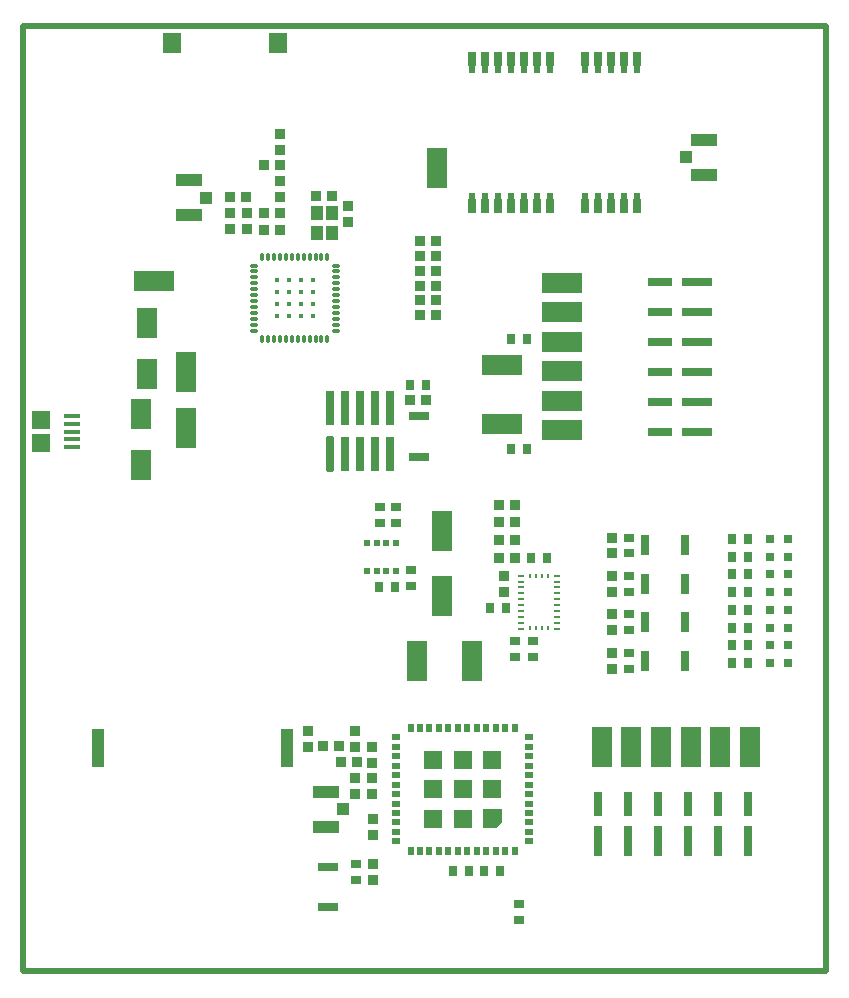
<source format=gtp>
G04 Layer_Color=8421504*
%FSLAX44Y44*%
%MOMM*%
G71*
G01*
G75*
%ADD11R,1.0000X1.2000*%
%ADD12R,0.4100X0.4100*%
%ADD13O,0.2800X0.8100*%
%ADD14O,0.8100X0.2800*%
%ADD15R,0.8000X0.5000*%
%ADD16R,0.5000X0.8000*%
%ADD17R,1.6000X1.6000*%
%ADD18R,1.0000X1.0000*%
%ADD20R,0.2500X0.4000*%
%ADD21R,0.6000X0.2500*%
%ADD22R,0.5000X0.5000*%
%ADD23R,3.4700X1.7800*%
%ADD24R,1.7800X3.4700*%
%ADD25R,0.8000X0.9000*%
%ADD26R,0.9000X0.8000*%
%ADD27R,0.8000X2.5000*%
%ADD28R,0.8000X2.1000*%
%ADD29R,2.5000X0.8000*%
%ADD30R,2.1000X0.8000*%
G04:AMPARAMS|DCode=31|XSize=3mm|YSize=0.76mm|CornerRadius=0.19mm|HoleSize=0mm|Usage=FLASHONLY|Rotation=90.000|XOffset=0mm|YOffset=0mm|HoleType=Round|Shape=RoundedRectangle|*
%AMROUNDEDRECTD31*
21,1,3.0000,0.3800,0,0,90.0*
21,1,2.6200,0.7600,0,0,90.0*
1,1,0.3800,0.1900,1.3100*
1,1,0.3800,0.1900,-1.3100*
1,1,0.3800,-0.1900,-1.3100*
1,1,0.3800,-0.1900,1.3100*
%
%ADD31ROUNDEDRECTD31*%
%ADD32R,0.7600X3.0000*%
%ADD34R,0.9500X0.8500*%
%ADD35R,0.8500X0.9500*%
%ADD36R,1.3500X0.4000*%
%ADD37R,1.5500X1.5000*%
%ADD38R,2.2000X1.0500*%
%ADD39R,1.0500X1.0000*%
%ADD40R,1.5000X1.8000*%
%ADD41R,1.0160X3.3020*%
%ADD42R,0.8000X0.8000*%
%ADD43R,1.7500X2.6500*%
%ADD44R,1.7000X0.8000*%
%ADD45R,0.8000X1.7000*%
%ADD49C,0.5000*%
%ADD105R,0.8000X1.2000*%
%ADD106R,0.6000X1.6000*%
G36*
X405000Y126000D02*
X400000Y121000D01*
X389000D01*
Y137000D01*
X405000D01*
Y126000D01*
D02*
G37*
D11*
X248500Y625000D02*
D03*
Y642000D02*
D03*
X261500Y625000D02*
D03*
Y642000D02*
D03*
D12*
X245000Y585000D02*
D03*
Y575000D02*
D03*
Y565000D02*
D03*
Y555000D02*
D03*
X235000Y585000D02*
D03*
Y575000D02*
D03*
Y565000D02*
D03*
Y555000D02*
D03*
X225000Y585000D02*
D03*
Y575000D02*
D03*
Y565000D02*
D03*
Y555000D02*
D03*
X215000Y585000D02*
D03*
Y575000D02*
D03*
Y565000D02*
D03*
Y555000D02*
D03*
D13*
X202500Y535250D02*
D03*
X207500D02*
D03*
X212500D02*
D03*
X217500D02*
D03*
X222500D02*
D03*
X227500D02*
D03*
X232500D02*
D03*
X237500D02*
D03*
X242500D02*
D03*
X247500D02*
D03*
X252500D02*
D03*
X257500D02*
D03*
Y604750D02*
D03*
X252500D02*
D03*
X247500D02*
D03*
X242500D02*
D03*
X237500D02*
D03*
X232500D02*
D03*
X227500D02*
D03*
X222500D02*
D03*
X217500D02*
D03*
X212500D02*
D03*
X207500D02*
D03*
X202500D02*
D03*
D14*
X264750Y542500D02*
D03*
Y547500D02*
D03*
Y552500D02*
D03*
Y557500D02*
D03*
Y562500D02*
D03*
Y567500D02*
D03*
Y572500D02*
D03*
Y577500D02*
D03*
Y582500D02*
D03*
Y587500D02*
D03*
Y592500D02*
D03*
Y597500D02*
D03*
X195250D02*
D03*
Y592500D02*
D03*
Y587500D02*
D03*
Y582500D02*
D03*
Y577500D02*
D03*
Y572500D02*
D03*
Y567500D02*
D03*
Y562500D02*
D03*
Y557500D02*
D03*
Y552500D02*
D03*
Y547500D02*
D03*
Y542500D02*
D03*
D15*
X428500Y110000D02*
D03*
Y118000D02*
D03*
Y126000D02*
D03*
Y134000D02*
D03*
Y142000D02*
D03*
Y150000D02*
D03*
Y158000D02*
D03*
Y166000D02*
D03*
Y174000D02*
D03*
Y182000D02*
D03*
Y190000D02*
D03*
Y198000D02*
D03*
X315500D02*
D03*
Y190000D02*
D03*
Y182000D02*
D03*
Y174000D02*
D03*
Y166000D02*
D03*
Y158000D02*
D03*
Y150000D02*
D03*
Y142000D02*
D03*
Y134000D02*
D03*
Y126000D02*
D03*
Y118000D02*
D03*
Y110000D02*
D03*
D16*
X416000Y206000D02*
D03*
X408000D02*
D03*
X400000D02*
D03*
X392000D02*
D03*
X384000D02*
D03*
X376000D02*
D03*
X368000D02*
D03*
X360000D02*
D03*
X352000D02*
D03*
X344000D02*
D03*
X336000D02*
D03*
X328000D02*
D03*
Y102000D02*
D03*
X336000D02*
D03*
X344000D02*
D03*
X352000D02*
D03*
X360000D02*
D03*
X368000D02*
D03*
X376000D02*
D03*
X384000D02*
D03*
X392000D02*
D03*
X400000D02*
D03*
X408000D02*
D03*
X416000D02*
D03*
D17*
X372000Y129000D02*
D03*
X347000D02*
D03*
X397000Y154000D02*
D03*
X372000D02*
D03*
X347000D02*
D03*
X397000Y179000D02*
D03*
X372000D02*
D03*
X347000D02*
D03*
D18*
X397000Y129000D02*
D03*
D20*
X444250Y334750D02*
D03*
X439250D02*
D03*
X434250D02*
D03*
X429250D02*
D03*
X444250Y290250D02*
D03*
X439250D02*
D03*
X434250D02*
D03*
X429250D02*
D03*
D21*
X452000Y290000D02*
D03*
Y295000D02*
D03*
Y300000D02*
D03*
Y305000D02*
D03*
Y310000D02*
D03*
Y315000D02*
D03*
Y320000D02*
D03*
Y325000D02*
D03*
Y330000D02*
D03*
Y335000D02*
D03*
X421500Y290000D02*
D03*
Y295000D02*
D03*
Y300000D02*
D03*
Y305000D02*
D03*
Y310000D02*
D03*
Y315000D02*
D03*
Y320000D02*
D03*
Y325000D02*
D03*
Y330000D02*
D03*
Y335000D02*
D03*
D22*
X315250Y362500D02*
D03*
X307250D02*
D03*
X299250D02*
D03*
X291250D02*
D03*
Y338500D02*
D03*
X299250D02*
D03*
X307250D02*
D03*
X315250D02*
D03*
D23*
X405000Y463000D02*
D03*
Y513000D02*
D03*
X110650Y584600D02*
D03*
X456500Y533000D02*
D03*
Y458000D02*
D03*
Y558000D02*
D03*
Y508000D02*
D03*
Y483000D02*
D03*
Y583000D02*
D03*
D24*
X137500Y460000D02*
D03*
X137500Y507500D02*
D03*
X355000Y372500D02*
D03*
Y317500D02*
D03*
X333250Y263000D02*
D03*
X380000Y262500D02*
D03*
X350000Y680000D02*
D03*
X615000Y190000D02*
D03*
X490000D02*
D03*
X515000D02*
D03*
X565000D02*
D03*
X540000D02*
D03*
X590000D02*
D03*
D25*
X341000Y496500D02*
D03*
X327500D02*
D03*
X426750Y535000D02*
D03*
X413250D02*
D03*
X426750Y442500D02*
D03*
X413250D02*
D03*
X390250Y85000D02*
D03*
X403750D02*
D03*
X377750D02*
D03*
X364250D02*
D03*
X443500Y350000D02*
D03*
X430000D02*
D03*
X395000Y307500D02*
D03*
X408500D02*
D03*
X600500Y261000D02*
D03*
X614000D02*
D03*
X600500Y276000D02*
D03*
X614000D02*
D03*
X600500Y291000D02*
D03*
X614000D02*
D03*
X600500Y306000D02*
D03*
X614000D02*
D03*
X600500Y321000D02*
D03*
X614000D02*
D03*
X600500Y336000D02*
D03*
X614000D02*
D03*
X600500Y351000D02*
D03*
X614000D02*
D03*
X315000Y325500D02*
D03*
X301500D02*
D03*
X600500Y366000D02*
D03*
X614000D02*
D03*
D26*
X315500Y379750D02*
D03*
Y393250D02*
D03*
X302500Y379750D02*
D03*
Y393250D02*
D03*
X282000Y77250D02*
D03*
Y90750D02*
D03*
X420000Y56750D02*
D03*
Y43250D02*
D03*
X513250Y367250D02*
D03*
Y353750D02*
D03*
Y321250D02*
D03*
Y334750D02*
D03*
Y302250D02*
D03*
Y288750D02*
D03*
Y256250D02*
D03*
Y269750D02*
D03*
X416500Y265750D02*
D03*
Y279250D02*
D03*
X431500D02*
D03*
Y265750D02*
D03*
X328250Y339750D02*
D03*
Y326250D02*
D03*
D27*
X613500Y110400D02*
D03*
X588100D02*
D03*
X562700D02*
D03*
X537300D02*
D03*
X511900D02*
D03*
X486500D02*
D03*
D28*
X613500Y141700D02*
D03*
X588100D02*
D03*
X562700D02*
D03*
X537300D02*
D03*
X511900D02*
D03*
X486500D02*
D03*
D29*
X570600Y583500D02*
D03*
Y558100D02*
D03*
Y532700D02*
D03*
Y507300D02*
D03*
Y481900D02*
D03*
Y456500D02*
D03*
D30*
X539300Y583500D02*
D03*
Y558100D02*
D03*
Y532700D02*
D03*
Y507300D02*
D03*
Y481900D02*
D03*
Y456500D02*
D03*
D31*
X259600Y438000D02*
D03*
D32*
X272300D02*
D03*
X285000D02*
D03*
X297700D02*
D03*
X310400D02*
D03*
X259600Y477000D02*
D03*
X272300D02*
D03*
X285000D02*
D03*
X297700D02*
D03*
X310400D02*
D03*
D34*
X174750Y641750D02*
D03*
Y628250D02*
D03*
X189500Y641750D02*
D03*
Y628250D02*
D03*
X217500Y669250D02*
D03*
Y655750D02*
D03*
X281000Y150250D02*
D03*
Y163750D02*
D03*
X275000Y648250D02*
D03*
Y634750D02*
D03*
X295000Y163750D02*
D03*
Y150250D02*
D03*
Y189750D02*
D03*
Y176250D02*
D03*
X241000Y203750D02*
D03*
Y190250D02*
D03*
X281000Y203750D02*
D03*
Y190250D02*
D03*
X296000Y115250D02*
D03*
Y128750D02*
D03*
Y77250D02*
D03*
Y90750D02*
D03*
X498250Y367250D02*
D03*
Y353750D02*
D03*
Y321250D02*
D03*
Y334750D02*
D03*
Y302250D02*
D03*
Y288750D02*
D03*
Y256250D02*
D03*
Y269750D02*
D03*
X406750Y320750D02*
D03*
Y334250D02*
D03*
X217500Y709250D02*
D03*
Y695750D02*
D03*
D35*
X282750Y177000D02*
D03*
X269250D02*
D03*
X254250Y191000D02*
D03*
X267750D02*
D03*
X189000Y655250D02*
D03*
X175500D02*
D03*
X217500Y642250D02*
D03*
X204000D02*
D03*
Y682500D02*
D03*
X217500D02*
D03*
X204000Y627750D02*
D03*
X217500D02*
D03*
X341000Y483500D02*
D03*
X327500D02*
D03*
X261750Y656500D02*
D03*
X248250D02*
D03*
X349750Y555500D02*
D03*
X336250D02*
D03*
X349750Y568000D02*
D03*
X336250D02*
D03*
X349750Y580500D02*
D03*
X336250D02*
D03*
X349750Y593000D02*
D03*
X336250D02*
D03*
X349750Y605500D02*
D03*
X336250D02*
D03*
X349750Y618000D02*
D03*
X336250D02*
D03*
X402500Y350000D02*
D03*
X416000D02*
D03*
X402500Y365000D02*
D03*
X416000D02*
D03*
X402500Y380000D02*
D03*
X416000D02*
D03*
X402500Y395000D02*
D03*
X416000D02*
D03*
D36*
X41660Y469860D02*
D03*
Y463360D02*
D03*
Y456860D02*
D03*
Y450360D02*
D03*
Y443860D02*
D03*
D37*
X14660Y466860D02*
D03*
Y446860D02*
D03*
D38*
X140000Y640250D02*
D03*
Y669750D02*
D03*
X256000Y122250D02*
D03*
Y151750D02*
D03*
X576000Y703750D02*
D03*
Y674250D02*
D03*
D39*
X155000Y655000D02*
D03*
X271000Y137000D02*
D03*
X561000Y689000D02*
D03*
D40*
X126000Y786000D02*
D03*
X216000D02*
D03*
D41*
X223010Y189000D02*
D03*
X62990D02*
D03*
D42*
X632250Y261000D02*
D03*
X647250D02*
D03*
X632250Y276000D02*
D03*
X647250D02*
D03*
X632250Y291000D02*
D03*
X647250D02*
D03*
X632250Y306000D02*
D03*
X647250D02*
D03*
X632250Y321000D02*
D03*
X647250D02*
D03*
X632250Y336000D02*
D03*
X647250D02*
D03*
X632250Y351000D02*
D03*
X647250D02*
D03*
X632250Y366000D02*
D03*
X647250D02*
D03*
D43*
X100000Y428500D02*
D03*
Y471500D02*
D03*
X105000Y506000D02*
D03*
Y549000D02*
D03*
D44*
X335000Y435750D02*
D03*
Y469750D02*
D03*
X258000Y54500D02*
D03*
Y88500D02*
D03*
D45*
X560250Y360500D02*
D03*
X526250D02*
D03*
X560250Y328000D02*
D03*
X526250D02*
D03*
X560250Y295500D02*
D03*
X526250D02*
D03*
X560250Y263000D02*
D03*
X526250D02*
D03*
D49*
X0Y800000D02*
X680000D01*
Y0D02*
Y800000D01*
X0Y0D02*
X680000D01*
X0D02*
Y800000D01*
D105*
X380000Y647580D02*
D03*
X391000Y647580D02*
D03*
X402000D02*
D03*
X413000Y647580D02*
D03*
X424000Y647580D02*
D03*
X435000Y647580D02*
D03*
X446000Y647580D02*
D03*
X476000D02*
D03*
X487000Y647580D02*
D03*
X498000Y647580D02*
D03*
X509000Y647580D02*
D03*
X520000Y647580D02*
D03*
Y772330D02*
D03*
X509000Y772330D02*
D03*
X498000Y772330D02*
D03*
X487000Y772330D02*
D03*
X476000Y772330D02*
D03*
X446000Y772330D02*
D03*
X435000Y772330D02*
D03*
X424000Y772330D02*
D03*
X402000D02*
D03*
X391000D02*
D03*
X380000Y772330D02*
D03*
X413000Y772330D02*
D03*
D106*
X380000Y651580D02*
D03*
X391000D02*
D03*
X402000D02*
D03*
X413000D02*
D03*
X424000D02*
D03*
X435000D02*
D03*
X446000D02*
D03*
X476000D02*
D03*
X487000D02*
D03*
X498000D02*
D03*
X509000D02*
D03*
X520000D02*
D03*
Y768420D02*
D03*
X509000D02*
D03*
X498000D02*
D03*
X487000D02*
D03*
X476000D02*
D03*
X446000D02*
D03*
X435000D02*
D03*
X424000D02*
D03*
X413000D02*
D03*
X402000D02*
D03*
X391000D02*
D03*
X380000D02*
D03*
M02*

</source>
